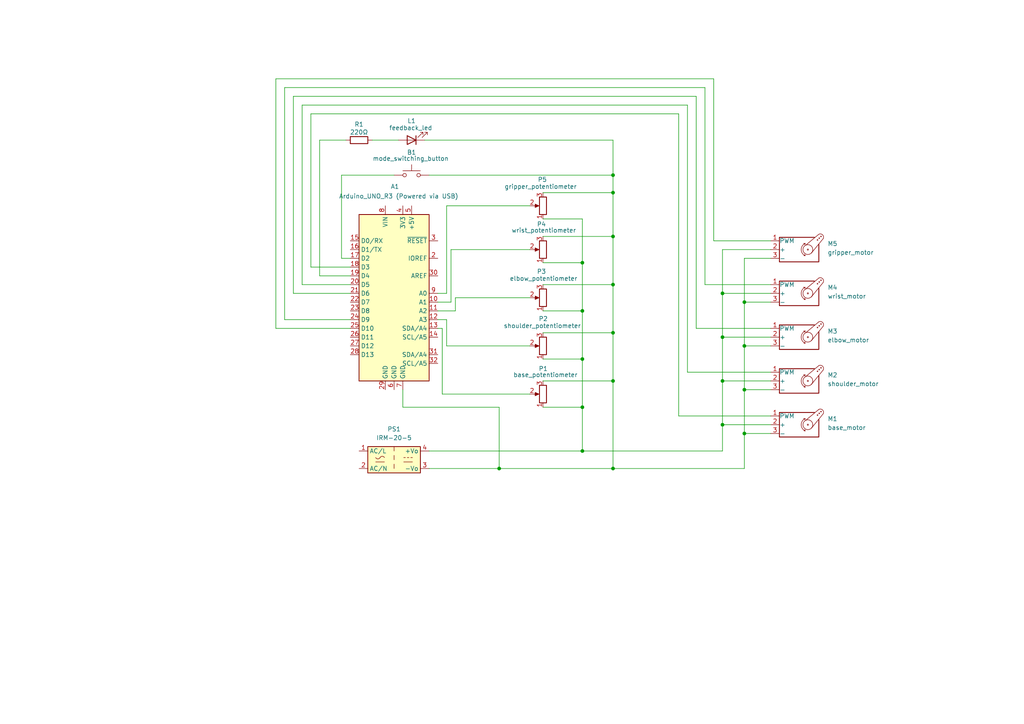
<source format=kicad_sch>
(kicad_sch
	(version 20250114)
	(generator "eeschema")
	(generator_version "9.0")
	(uuid "418637e3-5aa4-4832-81ed-31f062e26819")
	(paper "A4")
	(title_block
		(title "Robotic arm schematic")
		(date "2026-01-09")
		(rev "B")
		(company "AlexandreD-Maker")
	)
	(lib_symbols
		(symbol "Converter_ACDC:IRM-20-5"
			(exclude_from_sim no)
			(in_bom yes)
			(on_board yes)
			(property "Reference" "PS"
				(at 0 5.08 0)
				(effects
					(font
						(size 1.27 1.27)
					)
				)
			)
			(property "Value" "IRM-20-5"
				(at 0 -5.08 0)
				(effects
					(font
						(size 1.27 1.27)
					)
				)
			)
			(property "Footprint" "Converter_ACDC:Converter_ACDC_MeanWell_IRM-20-xx_THT"
				(at 0 -7.62 0)
				(effects
					(font
						(size 1.27 1.27)
					)
					(hide yes)
				)
			)
			(property "Datasheet" "http://www.meanwell.com/Upload/PDF/IRM-20/IRM-20-SPEC.PDF"
				(at 10.16 -8.89 0)
				(effects
					(font
						(size 1.27 1.27)
					)
					(hide yes)
				)
			)
			(property "Description" "5V, 4A, 20W, Isolated, AC-DC, 219A(IRM20)"
				(at 0 0 0)
				(effects
					(font
						(size 1.27 1.27)
					)
					(hide yes)
				)
			)
			(property "ki_keywords" "Miniature Module-type Power Supply MeanWell"
				(at 0 0 0)
				(effects
					(font
						(size 1.27 1.27)
					)
					(hide yes)
				)
			)
			(property "ki_fp_filters" "Converter*ACDC*MeanWell*IRM*20*THT*"
				(at 0 0 0)
				(effects
					(font
						(size 1.27 1.27)
					)
					(hide yes)
				)
			)
			(symbol "IRM-20-5_0_1"
				(rectangle
					(start -7.62 3.81)
					(end 7.62 -3.81)
					(stroke
						(width 0.254)
						(type default)
					)
					(fill
						(type background)
					)
				)
				(polyline
					(pts
						(xy -5.334 -0.635) (xy -2.794 -0.635)
					)
					(stroke
						(width 0)
						(type default)
					)
					(fill
						(type none)
					)
				)
				(arc
					(start -4.064 0.635)
					(mid -4.699 0.2495)
					(end -5.334 0.635)
					(stroke
						(width 0)
						(type default)
					)
					(fill
						(type none)
					)
				)
				(arc
					(start -4.064 0.635)
					(mid -3.429 1.0072)
					(end -2.794 0.635)
					(stroke
						(width 0)
						(type default)
					)
					(fill
						(type none)
					)
				)
				(polyline
					(pts
						(xy 0 3.81) (xy 0 2.54)
					)
					(stroke
						(width 0)
						(type default)
					)
					(fill
						(type none)
					)
				)
				(polyline
					(pts
						(xy 0 1.27) (xy 0 0)
					)
					(stroke
						(width 0)
						(type default)
					)
					(fill
						(type none)
					)
				)
				(polyline
					(pts
						(xy 0 -1.27) (xy 0 -2.54)
					)
					(stroke
						(width 0)
						(type default)
					)
					(fill
						(type none)
					)
				)
				(polyline
					(pts
						(xy 2.794 0.635) (xy 3.302 0.635)
					)
					(stroke
						(width 0)
						(type default)
					)
					(fill
						(type none)
					)
				)
				(polyline
					(pts
						(xy 2.794 -0.635) (xy 5.334 -0.635)
					)
					(stroke
						(width 0)
						(type default)
					)
					(fill
						(type none)
					)
				)
				(polyline
					(pts
						(xy 3.81 0.635) (xy 4.318 0.635)
					)
					(stroke
						(width 0)
						(type default)
					)
					(fill
						(type none)
					)
				)
				(polyline
					(pts
						(xy 4.826 0.635) (xy 5.334 0.635)
					)
					(stroke
						(width 0)
						(type default)
					)
					(fill
						(type none)
					)
				)
			)
			(symbol "IRM-20-5_1_1"
				(pin power_in line
					(at -10.16 2.54 0)
					(length 2.54)
					(name "AC/L"
						(effects
							(font
								(size 1.27 1.27)
							)
						)
					)
					(number "1"
						(effects
							(font
								(size 1.27 1.27)
							)
						)
					)
				)
				(pin power_in line
					(at -10.16 -2.54 0)
					(length 2.54)
					(name "AC/N"
						(effects
							(font
								(size 1.27 1.27)
							)
						)
					)
					(number "2"
						(effects
							(font
								(size 1.27 1.27)
							)
						)
					)
				)
				(pin power_out line
					(at 10.16 2.54 180)
					(length 2.54)
					(name "+Vo"
						(effects
							(font
								(size 1.27 1.27)
							)
						)
					)
					(number "4"
						(effects
							(font
								(size 1.27 1.27)
							)
						)
					)
				)
				(pin power_out line
					(at 10.16 -2.54 180)
					(length 2.54)
					(name "-Vo"
						(effects
							(font
								(size 1.27 1.27)
							)
						)
					)
					(number "3"
						(effects
							(font
								(size 1.27 1.27)
							)
						)
					)
				)
			)
			(embedded_fonts no)
		)
		(symbol "Device:LED"
			(pin_numbers
				(hide yes)
			)
			(pin_names
				(offset 1.016)
				(hide yes)
			)
			(exclude_from_sim no)
			(in_bom yes)
			(on_board yes)
			(property "Reference" "D"
				(at 0 2.54 0)
				(effects
					(font
						(size 1.27 1.27)
					)
				)
			)
			(property "Value" "LED"
				(at 0 -2.54 0)
				(effects
					(font
						(size 1.27 1.27)
					)
				)
			)
			(property "Footprint" ""
				(at 0 0 0)
				(effects
					(font
						(size 1.27 1.27)
					)
					(hide yes)
				)
			)
			(property "Datasheet" "~"
				(at 0 0 0)
				(effects
					(font
						(size 1.27 1.27)
					)
					(hide yes)
				)
			)
			(property "Description" "Light emitting diode"
				(at 0 0 0)
				(effects
					(font
						(size 1.27 1.27)
					)
					(hide yes)
				)
			)
			(property "Sim.Pins" "1=K 2=A"
				(at 0 0 0)
				(effects
					(font
						(size 1.27 1.27)
					)
					(hide yes)
				)
			)
			(property "ki_keywords" "LED diode"
				(at 0 0 0)
				(effects
					(font
						(size 1.27 1.27)
					)
					(hide yes)
				)
			)
			(property "ki_fp_filters" "LED* LED_SMD:* LED_THT:*"
				(at 0 0 0)
				(effects
					(font
						(size 1.27 1.27)
					)
					(hide yes)
				)
			)
			(symbol "LED_0_1"
				(polyline
					(pts
						(xy -3.048 -0.762) (xy -4.572 -2.286) (xy -3.81 -2.286) (xy -4.572 -2.286) (xy -4.572 -1.524)
					)
					(stroke
						(width 0)
						(type default)
					)
					(fill
						(type none)
					)
				)
				(polyline
					(pts
						(xy -1.778 -0.762) (xy -3.302 -2.286) (xy -2.54 -2.286) (xy -3.302 -2.286) (xy -3.302 -1.524)
					)
					(stroke
						(width 0)
						(type default)
					)
					(fill
						(type none)
					)
				)
				(polyline
					(pts
						(xy -1.27 0) (xy 1.27 0)
					)
					(stroke
						(width 0)
						(type default)
					)
					(fill
						(type none)
					)
				)
				(polyline
					(pts
						(xy -1.27 -1.27) (xy -1.27 1.27)
					)
					(stroke
						(width 0.254)
						(type default)
					)
					(fill
						(type none)
					)
				)
				(polyline
					(pts
						(xy 1.27 -1.27) (xy 1.27 1.27) (xy -1.27 0) (xy 1.27 -1.27)
					)
					(stroke
						(width 0.254)
						(type default)
					)
					(fill
						(type none)
					)
				)
			)
			(symbol "LED_1_1"
				(pin passive line
					(at -3.81 0 0)
					(length 2.54)
					(name "K"
						(effects
							(font
								(size 1.27 1.27)
							)
						)
					)
					(number "1"
						(effects
							(font
								(size 1.27 1.27)
							)
						)
					)
				)
				(pin passive line
					(at 3.81 0 180)
					(length 2.54)
					(name "A"
						(effects
							(font
								(size 1.27 1.27)
							)
						)
					)
					(number "2"
						(effects
							(font
								(size 1.27 1.27)
							)
						)
					)
				)
			)
			(embedded_fonts no)
		)
		(symbol "Device:R"
			(pin_numbers
				(hide yes)
			)
			(pin_names
				(offset 0)
			)
			(exclude_from_sim no)
			(in_bom yes)
			(on_board yes)
			(property "Reference" "R"
				(at 2.032 0 90)
				(effects
					(font
						(size 1.27 1.27)
					)
				)
			)
			(property "Value" "R"
				(at 0 0 90)
				(effects
					(font
						(size 1.27 1.27)
					)
				)
			)
			(property "Footprint" ""
				(at -1.778 0 90)
				(effects
					(font
						(size 1.27 1.27)
					)
					(hide yes)
				)
			)
			(property "Datasheet" "~"
				(at 0 0 0)
				(effects
					(font
						(size 1.27 1.27)
					)
					(hide yes)
				)
			)
			(property "Description" "Resistor"
				(at 0 0 0)
				(effects
					(font
						(size 1.27 1.27)
					)
					(hide yes)
				)
			)
			(property "ki_keywords" "R res resistor"
				(at 0 0 0)
				(effects
					(font
						(size 1.27 1.27)
					)
					(hide yes)
				)
			)
			(property "ki_fp_filters" "R_*"
				(at 0 0 0)
				(effects
					(font
						(size 1.27 1.27)
					)
					(hide yes)
				)
			)
			(symbol "R_0_1"
				(rectangle
					(start -1.016 -2.54)
					(end 1.016 2.54)
					(stroke
						(width 0.254)
						(type default)
					)
					(fill
						(type none)
					)
				)
			)
			(symbol "R_1_1"
				(pin passive line
					(at 0 3.81 270)
					(length 1.27)
					(name "~"
						(effects
							(font
								(size 1.27 1.27)
							)
						)
					)
					(number "1"
						(effects
							(font
								(size 1.27 1.27)
							)
						)
					)
				)
				(pin passive line
					(at 0 -3.81 90)
					(length 1.27)
					(name "~"
						(effects
							(font
								(size 1.27 1.27)
							)
						)
					)
					(number "2"
						(effects
							(font
								(size 1.27 1.27)
							)
						)
					)
				)
			)
			(embedded_fonts no)
		)
		(symbol "Device:R_Potentiometer"
			(pin_names
				(offset 1.016)
				(hide yes)
			)
			(exclude_from_sim no)
			(in_bom yes)
			(on_board yes)
			(property "Reference" "RV"
				(at -4.445 0 90)
				(effects
					(font
						(size 1.27 1.27)
					)
				)
			)
			(property "Value" "R_Potentiometer"
				(at -2.54 0 90)
				(effects
					(font
						(size 1.27 1.27)
					)
				)
			)
			(property "Footprint" ""
				(at 0 0 0)
				(effects
					(font
						(size 1.27 1.27)
					)
					(hide yes)
				)
			)
			(property "Datasheet" "~"
				(at 0 0 0)
				(effects
					(font
						(size 1.27 1.27)
					)
					(hide yes)
				)
			)
			(property "Description" "Potentiometer"
				(at 0 0 0)
				(effects
					(font
						(size 1.27 1.27)
					)
					(hide yes)
				)
			)
			(property "ki_keywords" "resistor variable"
				(at 0 0 0)
				(effects
					(font
						(size 1.27 1.27)
					)
					(hide yes)
				)
			)
			(property "ki_fp_filters" "Potentiometer*"
				(at 0 0 0)
				(effects
					(font
						(size 1.27 1.27)
					)
					(hide yes)
				)
			)
			(symbol "R_Potentiometer_0_1"
				(rectangle
					(start 1.016 2.54)
					(end -1.016 -2.54)
					(stroke
						(width 0.254)
						(type default)
					)
					(fill
						(type none)
					)
				)
				(polyline
					(pts
						(xy 1.143 0) (xy 2.286 0.508) (xy 2.286 -0.508) (xy 1.143 0)
					)
					(stroke
						(width 0)
						(type default)
					)
					(fill
						(type outline)
					)
				)
				(polyline
					(pts
						(xy 2.54 0) (xy 1.524 0)
					)
					(stroke
						(width 0)
						(type default)
					)
					(fill
						(type none)
					)
				)
			)
			(symbol "R_Potentiometer_1_1"
				(pin passive line
					(at 0 3.81 270)
					(length 1.27)
					(name "1"
						(effects
							(font
								(size 1.27 1.27)
							)
						)
					)
					(number "1"
						(effects
							(font
								(size 1.27 1.27)
							)
						)
					)
				)
				(pin passive line
					(at 0 -3.81 90)
					(length 1.27)
					(name "3"
						(effects
							(font
								(size 1.27 1.27)
							)
						)
					)
					(number "3"
						(effects
							(font
								(size 1.27 1.27)
							)
						)
					)
				)
				(pin passive line
					(at 3.81 0 180)
					(length 1.27)
					(name "2"
						(effects
							(font
								(size 1.27 1.27)
							)
						)
					)
					(number "2"
						(effects
							(font
								(size 1.27 1.27)
							)
						)
					)
				)
			)
			(embedded_fonts no)
		)
		(symbol "MCU_Module:Arduino_UNO_R3"
			(exclude_from_sim no)
			(in_bom yes)
			(on_board yes)
			(property "Reference" "A"
				(at -10.16 23.495 0)
				(effects
					(font
						(size 1.27 1.27)
					)
					(justify left bottom)
				)
			)
			(property "Value" "Arduino_UNO_R3"
				(at 5.08 -26.67 0)
				(effects
					(font
						(size 1.27 1.27)
					)
					(justify left top)
				)
			)
			(property "Footprint" "Module:Arduino_UNO_R3"
				(at 0 0 0)
				(effects
					(font
						(size 1.27 1.27)
						(italic yes)
					)
					(hide yes)
				)
			)
			(property "Datasheet" "https://www.arduino.cc/en/Main/arduinoBoardUno"
				(at 0 0 0)
				(effects
					(font
						(size 1.27 1.27)
					)
					(hide yes)
				)
			)
			(property "Description" "Arduino UNO Microcontroller Module, release 3"
				(at 0 0 0)
				(effects
					(font
						(size 1.27 1.27)
					)
					(hide yes)
				)
			)
			(property "ki_keywords" "Arduino UNO R3 Microcontroller Module Atmel AVR USB"
				(at 0 0 0)
				(effects
					(font
						(size 1.27 1.27)
					)
					(hide yes)
				)
			)
			(property "ki_fp_filters" "Arduino*UNO*R3*"
				(at 0 0 0)
				(effects
					(font
						(size 1.27 1.27)
					)
					(hide yes)
				)
			)
			(symbol "Arduino_UNO_R3_0_1"
				(rectangle
					(start -10.16 22.86)
					(end 10.16 -25.4)
					(stroke
						(width 0.254)
						(type default)
					)
					(fill
						(type background)
					)
				)
			)
			(symbol "Arduino_UNO_R3_1_1"
				(pin bidirectional line
					(at -12.7 15.24 0)
					(length 2.54)
					(name "D0/RX"
						(effects
							(font
								(size 1.27 1.27)
							)
						)
					)
					(number "15"
						(effects
							(font
								(size 1.27 1.27)
							)
						)
					)
				)
				(pin bidirectional line
					(at -12.7 12.7 0)
					(length 2.54)
					(name "D1/TX"
						(effects
							(font
								(size 1.27 1.27)
							)
						)
					)
					(number "16"
						(effects
							(font
								(size 1.27 1.27)
							)
						)
					)
				)
				(pin bidirectional line
					(at -12.7 10.16 0)
					(length 2.54)
					(name "D2"
						(effects
							(font
								(size 1.27 1.27)
							)
						)
					)
					(number "17"
						(effects
							(font
								(size 1.27 1.27)
							)
						)
					)
				)
				(pin bidirectional line
					(at -12.7 7.62 0)
					(length 2.54)
					(name "D3"
						(effects
							(font
								(size 1.27 1.27)
							)
						)
					)
					(number "18"
						(effects
							(font
								(size 1.27 1.27)
							)
						)
					)
				)
				(pin bidirectional line
					(at -12.7 5.08 0)
					(length 2.54)
					(name "D4"
						(effects
							(font
								(size 1.27 1.27)
							)
						)
					)
					(number "19"
						(effects
							(font
								(size 1.27 1.27)
							)
						)
					)
				)
				(pin bidirectional line
					(at -12.7 2.54 0)
					(length 2.54)
					(name "D5"
						(effects
							(font
								(size 1.27 1.27)
							)
						)
					)
					(number "20"
						(effects
							(font
								(size 1.27 1.27)
							)
						)
					)
				)
				(pin bidirectional line
					(at -12.7 0 0)
					(length 2.54)
					(name "D6"
						(effects
							(font
								(size 1.27 1.27)
							)
						)
					)
					(number "21"
						(effects
							(font
								(size 1.27 1.27)
							)
						)
					)
				)
				(pin bidirectional line
					(at -12.7 -2.54 0)
					(length 2.54)
					(name "D7"
						(effects
							(font
								(size 1.27 1.27)
							)
						)
					)
					(number "22"
						(effects
							(font
								(size 1.27 1.27)
							)
						)
					)
				)
				(pin bidirectional line
					(at -12.7 -5.08 0)
					(length 2.54)
					(name "D8"
						(effects
							(font
								(size 1.27 1.27)
							)
						)
					)
					(number "23"
						(effects
							(font
								(size 1.27 1.27)
							)
						)
					)
				)
				(pin bidirectional line
					(at -12.7 -7.62 0)
					(length 2.54)
					(name "D9"
						(effects
							(font
								(size 1.27 1.27)
							)
						)
					)
					(number "24"
						(effects
							(font
								(size 1.27 1.27)
							)
						)
					)
				)
				(pin bidirectional line
					(at -12.7 -10.16 0)
					(length 2.54)
					(name "D10"
						(effects
							(font
								(size 1.27 1.27)
							)
						)
					)
					(number "25"
						(effects
							(font
								(size 1.27 1.27)
							)
						)
					)
				)
				(pin bidirectional line
					(at -12.7 -12.7 0)
					(length 2.54)
					(name "D11"
						(effects
							(font
								(size 1.27 1.27)
							)
						)
					)
					(number "26"
						(effects
							(font
								(size 1.27 1.27)
							)
						)
					)
				)
				(pin bidirectional line
					(at -12.7 -15.24 0)
					(length 2.54)
					(name "D12"
						(effects
							(font
								(size 1.27 1.27)
							)
						)
					)
					(number "27"
						(effects
							(font
								(size 1.27 1.27)
							)
						)
					)
				)
				(pin bidirectional line
					(at -12.7 -17.78 0)
					(length 2.54)
					(name "D13"
						(effects
							(font
								(size 1.27 1.27)
							)
						)
					)
					(number "28"
						(effects
							(font
								(size 1.27 1.27)
							)
						)
					)
				)
				(pin no_connect line
					(at -10.16 -20.32 0)
					(length 2.54)
					(hide yes)
					(name "NC"
						(effects
							(font
								(size 1.27 1.27)
							)
						)
					)
					(number "1"
						(effects
							(font
								(size 1.27 1.27)
							)
						)
					)
				)
				(pin power_in line
					(at -2.54 25.4 270)
					(length 2.54)
					(name "VIN"
						(effects
							(font
								(size 1.27 1.27)
							)
						)
					)
					(number "8"
						(effects
							(font
								(size 1.27 1.27)
							)
						)
					)
				)
				(pin power_in line
					(at -2.54 -27.94 90)
					(length 2.54)
					(name "GND"
						(effects
							(font
								(size 1.27 1.27)
							)
						)
					)
					(number "29"
						(effects
							(font
								(size 1.27 1.27)
							)
						)
					)
				)
				(pin power_in line
					(at 0 -27.94 90)
					(length 2.54)
					(name "GND"
						(effects
							(font
								(size 1.27 1.27)
							)
						)
					)
					(number "6"
						(effects
							(font
								(size 1.27 1.27)
							)
						)
					)
				)
				(pin power_out line
					(at 2.54 25.4 270)
					(length 2.54)
					(name "3V3"
						(effects
							(font
								(size 1.27 1.27)
							)
						)
					)
					(number "4"
						(effects
							(font
								(size 1.27 1.27)
							)
						)
					)
				)
				(pin power_in line
					(at 2.54 -27.94 90)
					(length 2.54)
					(name "GND"
						(effects
							(font
								(size 1.27 1.27)
							)
						)
					)
					(number "7"
						(effects
							(font
								(size 1.27 1.27)
							)
						)
					)
				)
				(pin power_out line
					(at 5.08 25.4 270)
					(length 2.54)
					(name "+5V"
						(effects
							(font
								(size 1.27 1.27)
							)
						)
					)
					(number "5"
						(effects
							(font
								(size 1.27 1.27)
							)
						)
					)
				)
				(pin input line
					(at 12.7 15.24 180)
					(length 2.54)
					(name "~{RESET}"
						(effects
							(font
								(size 1.27 1.27)
							)
						)
					)
					(number "3"
						(effects
							(font
								(size 1.27 1.27)
							)
						)
					)
				)
				(pin output line
					(at 12.7 10.16 180)
					(length 2.54)
					(name "IOREF"
						(effects
							(font
								(size 1.27 1.27)
							)
						)
					)
					(number "2"
						(effects
							(font
								(size 1.27 1.27)
							)
						)
					)
				)
				(pin input line
					(at 12.7 5.08 180)
					(length 2.54)
					(name "AREF"
						(effects
							(font
								(size 1.27 1.27)
							)
						)
					)
					(number "30"
						(effects
							(font
								(size 1.27 1.27)
							)
						)
					)
				)
				(pin bidirectional line
					(at 12.7 0 180)
					(length 2.54)
					(name "A0"
						(effects
							(font
								(size 1.27 1.27)
							)
						)
					)
					(number "9"
						(effects
							(font
								(size 1.27 1.27)
							)
						)
					)
				)
				(pin bidirectional line
					(at 12.7 -2.54 180)
					(length 2.54)
					(name "A1"
						(effects
							(font
								(size 1.27 1.27)
							)
						)
					)
					(number "10"
						(effects
							(font
								(size 1.27 1.27)
							)
						)
					)
				)
				(pin bidirectional line
					(at 12.7 -5.08 180)
					(length 2.54)
					(name "A2"
						(effects
							(font
								(size 1.27 1.27)
							)
						)
					)
					(number "11"
						(effects
							(font
								(size 1.27 1.27)
							)
						)
					)
				)
				(pin bidirectional line
					(at 12.7 -7.62 180)
					(length 2.54)
					(name "A3"
						(effects
							(font
								(size 1.27 1.27)
							)
						)
					)
					(number "12"
						(effects
							(font
								(size 1.27 1.27)
							)
						)
					)
				)
				(pin bidirectional line
					(at 12.7 -10.16 180)
					(length 2.54)
					(name "SDA/A4"
						(effects
							(font
								(size 1.27 1.27)
							)
						)
					)
					(number "13"
						(effects
							(font
								(size 1.27 1.27)
							)
						)
					)
				)
				(pin bidirectional line
					(at 12.7 -12.7 180)
					(length 2.54)
					(name "SCL/A5"
						(effects
							(font
								(size 1.27 1.27)
							)
						)
					)
					(number "14"
						(effects
							(font
								(size 1.27 1.27)
							)
						)
					)
				)
				(pin bidirectional line
					(at 12.7 -17.78 180)
					(length 2.54)
					(name "SDA/A4"
						(effects
							(font
								(size 1.27 1.27)
							)
						)
					)
					(number "31"
						(effects
							(font
								(size 1.27 1.27)
							)
						)
					)
				)
				(pin bidirectional line
					(at 12.7 -20.32 180)
					(length 2.54)
					(name "SCL/A5"
						(effects
							(font
								(size 1.27 1.27)
							)
						)
					)
					(number "32"
						(effects
							(font
								(size 1.27 1.27)
							)
						)
					)
				)
			)
			(embedded_fonts no)
		)
		(symbol "Motor:Motor_Servo"
			(pin_names
				(offset 0.0254)
			)
			(exclude_from_sim no)
			(in_bom yes)
			(on_board yes)
			(property "Reference" "M"
				(at -5.08 4.445 0)
				(effects
					(font
						(size 1.27 1.27)
					)
					(justify left)
				)
			)
			(property "Value" "Motor_Servo"
				(at -5.08 -4.064 0)
				(effects
					(font
						(size 1.27 1.27)
					)
					(justify left top)
				)
			)
			(property "Footprint" ""
				(at 0 -4.826 0)
				(effects
					(font
						(size 1.27 1.27)
					)
					(hide yes)
				)
			)
			(property "Datasheet" "http://forums.parallax.com/uploads/attachments/46831/74481.png"
				(at 0 -4.826 0)
				(effects
					(font
						(size 1.27 1.27)
					)
					(hide yes)
				)
			)
			(property "Description" "Servo Motor (Futaba, HiTec, JR connector)"
				(at 0 0 0)
				(effects
					(font
						(size 1.27 1.27)
					)
					(hide yes)
				)
			)
			(property "ki_keywords" "Servo Motor"
				(at 0 0 0)
				(effects
					(font
						(size 1.27 1.27)
					)
					(hide yes)
				)
			)
			(property "ki_fp_filters" "PinHeader*P2.54mm*"
				(at 0 0 0)
				(effects
					(font
						(size 1.27 1.27)
					)
					(hide yes)
				)
			)
			(symbol "Motor_Servo_0_1"
				(polyline
					(pts
						(xy 2.413 1.778) (xy 1.905 1.778)
					)
					(stroke
						(width 0)
						(type default)
					)
					(fill
						(type none)
					)
				)
				(polyline
					(pts
						(xy 2.413 1.778) (xy 2.286 1.397)
					)
					(stroke
						(width 0)
						(type default)
					)
					(fill
						(type none)
					)
				)
				(polyline
					(pts
						(xy 2.413 -1.778) (xy 2.032 -1.778)
					)
					(stroke
						(width 0)
						(type default)
					)
					(fill
						(type none)
					)
				)
				(polyline
					(pts
						(xy 2.413 -1.778) (xy 2.286 -1.397)
					)
					(stroke
						(width 0)
						(type default)
					)
					(fill
						(type none)
					)
				)
				(arc
					(start 2.413 -1.778)
					(mid 1.2406 0)
					(end 2.413 1.778)
					(stroke
						(width 0)
						(type default)
					)
					(fill
						(type none)
					)
				)
				(circle
					(center 3.175 0)
					(radius 0.1778)
					(stroke
						(width 0)
						(type default)
					)
					(fill
						(type none)
					)
				)
				(circle
					(center 3.175 0)
					(radius 1.4224)
					(stroke
						(width 0)
						(type default)
					)
					(fill
						(type none)
					)
				)
				(polyline
					(pts
						(xy 5.08 3.556) (xy -5.08 3.556) (xy -5.08 -3.556) (xy 6.35 -3.556) (xy 6.35 1.524)
					)
					(stroke
						(width 0.254)
						(type default)
					)
					(fill
						(type none)
					)
				)
				(circle
					(center 5.969 2.794)
					(radius 0.127)
					(stroke
						(width 0)
						(type default)
					)
					(fill
						(type none)
					)
				)
				(polyline
					(pts
						(xy 6.35 4.445) (xy 2.54 1.27)
					)
					(stroke
						(width 0)
						(type default)
					)
					(fill
						(type none)
					)
				)
				(circle
					(center 6.477 3.302)
					(radius 0.127)
					(stroke
						(width 0)
						(type default)
					)
					(fill
						(type none)
					)
				)
				(arc
					(start 6.35 4.445)
					(mid 7.4487 4.2737)
					(end 7.62 3.175)
					(stroke
						(width 0)
						(type default)
					)
					(fill
						(type none)
					)
				)
				(circle
					(center 6.985 3.81)
					(radius 0.127)
					(stroke
						(width 0)
						(type default)
					)
					(fill
						(type none)
					)
				)
				(polyline
					(pts
						(xy 7.62 3.175) (xy 4.191 -1.016)
					)
					(stroke
						(width 0)
						(type default)
					)
					(fill
						(type none)
					)
				)
			)
			(symbol "Motor_Servo_1_1"
				(pin passive line
					(at -7.62 2.54 0)
					(length 2.54)
					(name "PWM"
						(effects
							(font
								(size 1.27 1.27)
							)
						)
					)
					(number "1"
						(effects
							(font
								(size 1.27 1.27)
							)
						)
					)
				)
				(pin passive line
					(at -7.62 0 0)
					(length 2.54)
					(name "+"
						(effects
							(font
								(size 1.27 1.27)
							)
						)
					)
					(number "2"
						(effects
							(font
								(size 1.27 1.27)
							)
						)
					)
				)
				(pin passive line
					(at -7.62 -2.54 0)
					(length 2.54)
					(name "-"
						(effects
							(font
								(size 1.27 1.27)
							)
						)
					)
					(number "3"
						(effects
							(font
								(size 1.27 1.27)
							)
						)
					)
				)
			)
			(embedded_fonts no)
		)
		(symbol "Switch:SW_Push"
			(pin_numbers
				(hide yes)
			)
			(pin_names
				(offset 1.016)
				(hide yes)
			)
			(exclude_from_sim no)
			(in_bom yes)
			(on_board yes)
			(property "Reference" "SW"
				(at 1.27 2.54 0)
				(effects
					(font
						(size 1.27 1.27)
					)
					(justify left)
				)
			)
			(property "Value" "SW_Push"
				(at 0 -1.524 0)
				(effects
					(font
						(size 1.27 1.27)
					)
				)
			)
			(property "Footprint" ""
				(at 0 5.08 0)
				(effects
					(font
						(size 1.27 1.27)
					)
					(hide yes)
				)
			)
			(property "Datasheet" "~"
				(at 0 5.08 0)
				(effects
					(font
						(size 1.27 1.27)
					)
					(hide yes)
				)
			)
			(property "Description" "Push button switch, generic, two pins"
				(at 0 0 0)
				(effects
					(font
						(size 1.27 1.27)
					)
					(hide yes)
				)
			)
			(property "ki_keywords" "switch normally-open pushbutton push-button"
				(at 0 0 0)
				(effects
					(font
						(size 1.27 1.27)
					)
					(hide yes)
				)
			)
			(symbol "SW_Push_0_1"
				(circle
					(center -2.032 0)
					(radius 0.508)
					(stroke
						(width 0)
						(type default)
					)
					(fill
						(type none)
					)
				)
				(polyline
					(pts
						(xy 0 1.27) (xy 0 3.048)
					)
					(stroke
						(width 0)
						(type default)
					)
					(fill
						(type none)
					)
				)
				(circle
					(center 2.032 0)
					(radius 0.508)
					(stroke
						(width 0)
						(type default)
					)
					(fill
						(type none)
					)
				)
				(polyline
					(pts
						(xy 2.54 1.27) (xy -2.54 1.27)
					)
					(stroke
						(width 0)
						(type default)
					)
					(fill
						(type none)
					)
				)
				(pin passive line
					(at -5.08 0 0)
					(length 2.54)
					(name "1"
						(effects
							(font
								(size 1.27 1.27)
							)
						)
					)
					(number "1"
						(effects
							(font
								(size 1.27 1.27)
							)
						)
					)
				)
				(pin passive line
					(at 5.08 0 180)
					(length 2.54)
					(name "2"
						(effects
							(font
								(size 1.27 1.27)
							)
						)
					)
					(number "2"
						(effects
							(font
								(size 1.27 1.27)
							)
						)
					)
				)
			)
			(embedded_fonts no)
		)
	)
	(junction
		(at 215.9 87.63)
		(diameter 0)
		(color 0 0 0 0)
		(uuid "07c64bf6-631c-4ff3-b78e-b9c6a266257f")
	)
	(junction
		(at 215.9 100.33)
		(diameter 0)
		(color 0 0 0 0)
		(uuid "0d8db7bb-35ef-47f6-8f56-ac03bdbb1261")
	)
	(junction
		(at 209.55 85.09)
		(diameter 0)
		(color 0 0 0 0)
		(uuid "1238680b-cba1-4ab5-9a87-1b8f549c5e18")
	)
	(junction
		(at 209.55 97.79)
		(diameter 0)
		(color 0 0 0 0)
		(uuid "179c737d-1989-4fe0-a716-0cad1f3a2be3")
	)
	(junction
		(at 177.8 82.55)
		(diameter 0)
		(color 0 0 0 0)
		(uuid "2a79bd9f-6904-46a8-8acb-e8de7cc89eea")
	)
	(junction
		(at 177.8 110.49)
		(diameter 0)
		(color 0 0 0 0)
		(uuid "364f6aca-2d9f-4207-8d43-351e0682860f")
	)
	(junction
		(at 177.8 50.8)
		(diameter 0)
		(color 0 0 0 0)
		(uuid "40ffbac2-25d4-4c49-adcc-781a17fe82fe")
	)
	(junction
		(at 215.9 113.03)
		(diameter 0)
		(color 0 0 0 0)
		(uuid "45c23c73-8c60-4a08-aea7-331fc53a2b64")
	)
	(junction
		(at 177.8 96.52)
		(diameter 0)
		(color 0 0 0 0)
		(uuid "4b6385b5-2b19-4d43-a890-69d28573eb09")
	)
	(junction
		(at 168.91 118.11)
		(diameter 0)
		(color 0 0 0 0)
		(uuid "4cbfc58e-a384-4a37-912a-5b8b479da0d6")
	)
	(junction
		(at 168.91 104.14)
		(diameter 0)
		(color 0 0 0 0)
		(uuid "55a37112-73d9-4d71-9890-4dcc0e1fcaa9")
	)
	(junction
		(at 177.8 135.89)
		(diameter 0)
		(color 0 0 0 0)
		(uuid "586e07cf-599e-4140-9115-6be9f6ceb9e5")
	)
	(junction
		(at 168.91 76.2)
		(diameter 0)
		(color 0 0 0 0)
		(uuid "68aa69aa-1563-49aa-8693-82f90a52de34")
	)
	(junction
		(at 215.9 125.73)
		(diameter 0)
		(color 0 0 0 0)
		(uuid "6c181470-9da4-416e-a0b3-9ae15e71f3dc")
	)
	(junction
		(at 168.91 130.81)
		(diameter 0)
		(color 0 0 0 0)
		(uuid "7e5ab53f-6090-4bdd-be71-e35bc9b693cd")
	)
	(junction
		(at 177.8 68.58)
		(diameter 0)
		(color 0 0 0 0)
		(uuid "b31cdc3f-d124-4936-a9fb-7bcc6ad8a686")
	)
	(junction
		(at 144.78 135.89)
		(diameter 0)
		(color 0 0 0 0)
		(uuid "c43058fb-c12d-4248-844a-b06097ef460b")
	)
	(junction
		(at 177.8 55.88)
		(diameter 0)
		(color 0 0 0 0)
		(uuid "d2576cf5-fc04-4c8c-964d-17134379b560")
	)
	(junction
		(at 168.91 90.17)
		(diameter 0)
		(color 0 0 0 0)
		(uuid "d92e99c6-b29a-47b5-be2b-758d66b84f28")
	)
	(junction
		(at 209.55 123.19)
		(diameter 0)
		(color 0 0 0 0)
		(uuid "ecac1936-7b00-405e-9fe7-314969e5bac8")
	)
	(junction
		(at 209.55 110.49)
		(diameter 0)
		(color 0 0 0 0)
		(uuid "ed773ed7-35df-4039-bfca-3955f8d406a7")
	)
	(wire
		(pts
			(xy 87.63 30.48) (xy 199.39 30.48)
		)
		(stroke
			(width 0)
			(type default)
		)
		(uuid "0290ce9d-a57a-46a6-9695-6cc4a73978c0")
	)
	(wire
		(pts
			(xy 123.19 40.64) (xy 177.8 40.64)
		)
		(stroke
			(width 0)
			(type default)
		)
		(uuid "02c7f8c8-bcda-4e83-b4ae-8881a786e1f8")
	)
	(wire
		(pts
			(xy 207.01 22.86) (xy 207.01 69.85)
		)
		(stroke
			(width 0)
			(type default)
		)
		(uuid "033f1bc4-68bd-47eb-b387-dde5d9837c64")
	)
	(wire
		(pts
			(xy 209.55 123.19) (xy 209.55 130.81)
		)
		(stroke
			(width 0)
			(type default)
		)
		(uuid "057b4d5e-839c-44e5-861e-8ee6c2afca54")
	)
	(wire
		(pts
			(xy 127 92.71) (xy 129.54 92.71)
		)
		(stroke
			(width 0)
			(type default)
		)
		(uuid "0b7822cf-9d70-43da-876e-2061bae505c7")
	)
	(wire
		(pts
			(xy 168.91 76.2) (xy 168.91 90.17)
		)
		(stroke
			(width 0)
			(type default)
		)
		(uuid "0c88aec7-79c0-496a-939a-23753ed111f0")
	)
	(wire
		(pts
			(xy 85.09 27.94) (xy 201.93 27.94)
		)
		(stroke
			(width 0)
			(type default)
		)
		(uuid "0ee9694b-ca5b-4260-9e0f-e9de374e8241")
	)
	(wire
		(pts
			(xy 215.9 113.03) (xy 215.9 125.73)
		)
		(stroke
			(width 0)
			(type default)
		)
		(uuid "0f7cfc3a-06b3-4edd-b5c8-3d35c2ab398f")
	)
	(wire
		(pts
			(xy 177.8 55.88) (xy 157.48 55.88)
		)
		(stroke
			(width 0)
			(type default)
		)
		(uuid "12a07e04-4993-4878-8b1e-f5a22c836138")
	)
	(wire
		(pts
			(xy 99.06 50.8) (xy 114.3 50.8)
		)
		(stroke
			(width 0)
			(type default)
		)
		(uuid "13912a0c-ac7e-438e-a161-50fd02025c40")
	)
	(wire
		(pts
			(xy 177.8 68.58) (xy 177.8 82.55)
		)
		(stroke
			(width 0)
			(type default)
		)
		(uuid "14a9b13e-e7dc-41d9-94a6-f292b425dce7")
	)
	(wire
		(pts
			(xy 101.6 77.47) (xy 90.17 77.47)
		)
		(stroke
			(width 0)
			(type default)
		)
		(uuid "1cbd0343-108e-496d-91f9-9928531519f7")
	)
	(wire
		(pts
			(xy 201.93 27.94) (xy 201.93 95.25)
		)
		(stroke
			(width 0)
			(type default)
		)
		(uuid "1e81026f-574e-49b1-847b-7c6e3878a152")
	)
	(wire
		(pts
			(xy 99.06 50.8) (xy 99.06 74.93)
		)
		(stroke
			(width 0)
			(type default)
		)
		(uuid "1f2c4589-b3e4-47b0-a099-7d63902fe4d0")
	)
	(wire
		(pts
			(xy 168.91 76.2) (xy 168.91 63.5)
		)
		(stroke
			(width 0)
			(type default)
		)
		(uuid "1fc1e3e4-1480-4ede-9f72-ef9d34863c4c")
	)
	(wire
		(pts
			(xy 209.55 97.79) (xy 223.52 97.79)
		)
		(stroke
			(width 0)
			(type default)
		)
		(uuid "246a681b-7070-492f-abe2-ce72e054a177")
	)
	(wire
		(pts
			(xy 128.27 95.25) (xy 128.27 114.3)
		)
		(stroke
			(width 0)
			(type default)
		)
		(uuid "260d6759-d65c-45a1-a055-484ac4c739b5")
	)
	(wire
		(pts
			(xy 80.01 22.86) (xy 207.01 22.86)
		)
		(stroke
			(width 0)
			(type default)
		)
		(uuid "27d64ed2-3daa-48bc-b480-08497fcf79c7")
	)
	(wire
		(pts
			(xy 101.6 74.93) (xy 99.06 74.93)
		)
		(stroke
			(width 0)
			(type default)
		)
		(uuid "2da12007-4f07-4020-ace2-078ce8bc8908")
	)
	(wire
		(pts
			(xy 168.91 118.11) (xy 157.48 118.11)
		)
		(stroke
			(width 0)
			(type default)
		)
		(uuid "302f2930-b45b-43de-bae5-5b2fae45876c")
	)
	(wire
		(pts
			(xy 132.08 86.36) (xy 132.08 90.17)
		)
		(stroke
			(width 0)
			(type default)
		)
		(uuid "337944cf-8089-4af7-912d-914586ba7196")
	)
	(wire
		(pts
			(xy 129.54 85.09) (xy 129.54 59.69)
		)
		(stroke
			(width 0)
			(type default)
		)
		(uuid "3835b804-4ead-4de8-a4fa-59494cebca51")
	)
	(wire
		(pts
			(xy 209.55 110.49) (xy 209.55 123.19)
		)
		(stroke
			(width 0)
			(type default)
		)
		(uuid "3c1821da-a48d-47a4-be9f-7b0b8ea79580")
	)
	(wire
		(pts
			(xy 177.8 82.55) (xy 177.8 96.52)
		)
		(stroke
			(width 0)
			(type default)
		)
		(uuid "3c2766cc-ceab-40e1-81de-55307c1c908d")
	)
	(wire
		(pts
			(xy 124.46 50.8) (xy 177.8 50.8)
		)
		(stroke
			(width 0)
			(type default)
		)
		(uuid "3c55414b-d26c-47c8-b67f-4ea8f05bd8c1")
	)
	(wire
		(pts
			(xy 116.84 118.11) (xy 144.78 118.11)
		)
		(stroke
			(width 0)
			(type default)
		)
		(uuid "40ab6a55-7049-4a9f-8540-48fc31d954be")
	)
	(wire
		(pts
			(xy 127 95.25) (xy 128.27 95.25)
		)
		(stroke
			(width 0)
			(type default)
		)
		(uuid "44319a30-cdb7-46e1-9e89-a2aa50d0966c")
	)
	(wire
		(pts
			(xy 107.95 40.64) (xy 115.57 40.64)
		)
		(stroke
			(width 0)
			(type default)
		)
		(uuid "4436183e-8e89-46bc-a4ca-0dac2eadc7f3")
	)
	(wire
		(pts
			(xy 116.84 113.03) (xy 116.84 118.11)
		)
		(stroke
			(width 0)
			(type default)
		)
		(uuid "446a8c25-ee44-4b0c-b77f-135b99e9e3a4")
	)
	(wire
		(pts
			(xy 87.63 82.55) (xy 87.63 30.48)
		)
		(stroke
			(width 0)
			(type default)
		)
		(uuid "462addaf-8021-4835-a981-6bf7cc1ff87b")
	)
	(wire
		(pts
			(xy 92.71 40.64) (xy 100.33 40.64)
		)
		(stroke
			(width 0)
			(type default)
		)
		(uuid "48153f5b-f6d1-47ee-9b0f-74e40ae6f4e5")
	)
	(wire
		(pts
			(xy 209.55 85.09) (xy 223.52 85.09)
		)
		(stroke
			(width 0)
			(type default)
		)
		(uuid "4a0ca4e4-8628-4bd3-bfcf-237d31fb0c0b")
	)
	(wire
		(pts
			(xy 157.48 76.2) (xy 168.91 76.2)
		)
		(stroke
			(width 0)
			(type default)
		)
		(uuid "4c343e5d-f49a-43dd-aba8-908723e1b1d4")
	)
	(wire
		(pts
			(xy 101.6 82.55) (xy 87.63 82.55)
		)
		(stroke
			(width 0)
			(type default)
		)
		(uuid "4eea4196-2b61-4ccc-8846-c1f00fa0e1f2")
	)
	(wire
		(pts
			(xy 215.9 113.03) (xy 223.52 113.03)
		)
		(stroke
			(width 0)
			(type default)
		)
		(uuid "54e91bb3-59fe-480a-a8ed-02ffc4989f78")
	)
	(wire
		(pts
			(xy 127 85.09) (xy 129.54 85.09)
		)
		(stroke
			(width 0)
			(type default)
		)
		(uuid "54fe314c-26d1-465f-b487-ef879022dc25")
	)
	(wire
		(pts
			(xy 215.9 100.33) (xy 223.52 100.33)
		)
		(stroke
			(width 0)
			(type default)
		)
		(uuid "57c67d9e-6db9-4c2f-9066-92c9fc289c41")
	)
	(wire
		(pts
			(xy 157.48 82.55) (xy 177.8 82.55)
		)
		(stroke
			(width 0)
			(type default)
		)
		(uuid "58a787ca-fc15-4bb2-8cd5-a0467d3e5bf5")
	)
	(wire
		(pts
			(xy 129.54 92.71) (xy 129.54 100.33)
		)
		(stroke
			(width 0)
			(type default)
		)
		(uuid "58da34e5-cbc0-4d89-9e29-540fe2103aa6")
	)
	(wire
		(pts
			(xy 223.52 74.93) (xy 215.9 74.93)
		)
		(stroke
			(width 0)
			(type default)
		)
		(uuid "5c6a2fa7-991b-43a0-adf3-95c50d7c4f9e")
	)
	(wire
		(pts
			(xy 157.48 104.14) (xy 168.91 104.14)
		)
		(stroke
			(width 0)
			(type default)
		)
		(uuid "610ee5f8-f925-459e-aed8-c0d2d6e95663")
	)
	(wire
		(pts
			(xy 130.81 72.39) (xy 153.67 72.39)
		)
		(stroke
			(width 0)
			(type default)
		)
		(uuid "6215c7ae-d506-46d2-aaeb-71cebf948df6")
	)
	(wire
		(pts
			(xy 168.91 118.11) (xy 168.91 130.81)
		)
		(stroke
			(width 0)
			(type default)
		)
		(uuid "63ef9511-6630-4373-ba0d-f8c7f38004a7")
	)
	(wire
		(pts
			(xy 144.78 135.89) (xy 177.8 135.89)
		)
		(stroke
			(width 0)
			(type default)
		)
		(uuid "645568b7-f66f-4a15-a84b-d548a9abc0ef")
	)
	(wire
		(pts
			(xy 101.6 92.71) (xy 82.55 92.71)
		)
		(stroke
			(width 0)
			(type default)
		)
		(uuid "64f54e73-ce6f-40b4-a27b-6a78c2f09e33")
	)
	(wire
		(pts
			(xy 82.55 92.71) (xy 82.55 25.4)
		)
		(stroke
			(width 0)
			(type default)
		)
		(uuid "684798ea-09c4-44cc-8f25-3db35e8416f4")
	)
	(wire
		(pts
			(xy 168.91 130.81) (xy 209.55 130.81)
		)
		(stroke
			(width 0)
			(type default)
		)
		(uuid "6969d565-ab56-4b4f-addc-9ad1a9bbf9c8")
	)
	(wire
		(pts
			(xy 204.47 82.55) (xy 223.52 82.55)
		)
		(stroke
			(width 0)
			(type default)
		)
		(uuid "6aec2202-84d2-46ce-89b0-d66fdd0aeba2")
	)
	(wire
		(pts
			(xy 129.54 100.33) (xy 153.67 100.33)
		)
		(stroke
			(width 0)
			(type default)
		)
		(uuid "6dc5eed5-0b4a-473c-bccd-96e11fc5e6ba")
	)
	(wire
		(pts
			(xy 215.9 74.93) (xy 215.9 87.63)
		)
		(stroke
			(width 0)
			(type default)
		)
		(uuid "71f94708-20ae-4bb7-a6a5-05fa0e945e1c")
	)
	(wire
		(pts
			(xy 177.8 50.8) (xy 177.8 55.88)
		)
		(stroke
			(width 0)
			(type default)
		)
		(uuid "72923af8-2c17-4f9c-85e1-a05e8dbe31f4")
	)
	(wire
		(pts
			(xy 177.8 135.89) (xy 215.9 135.89)
		)
		(stroke
			(width 0)
			(type default)
		)
		(uuid "73264235-f44d-4847-90f5-0251e496fde5")
	)
	(wire
		(pts
			(xy 196.85 33.02) (xy 196.85 120.65)
		)
		(stroke
			(width 0)
			(type default)
		)
		(uuid "759c0967-b36e-40b9-be6f-2c7a1e6fb001")
	)
	(wire
		(pts
			(xy 168.91 90.17) (xy 168.91 104.14)
		)
		(stroke
			(width 0)
			(type default)
		)
		(uuid "7bb28491-dd09-4012-a8d5-f40d2077d959")
	)
	(wire
		(pts
			(xy 204.47 25.4) (xy 204.47 82.55)
		)
		(stroke
			(width 0)
			(type default)
		)
		(uuid "80902962-bc4b-486c-8605-3d251a92cdaa")
	)
	(wire
		(pts
			(xy 90.17 33.02) (xy 196.85 33.02)
		)
		(stroke
			(width 0)
			(type default)
		)
		(uuid "829329ba-bdac-4016-a8be-06d1309e892b")
	)
	(wire
		(pts
			(xy 168.91 104.14) (xy 168.91 118.11)
		)
		(stroke
			(width 0)
			(type default)
		)
		(uuid "83c44ec9-14d7-4616-8022-a60149672290")
	)
	(wire
		(pts
			(xy 209.55 110.49) (xy 223.52 110.49)
		)
		(stroke
			(width 0)
			(type default)
		)
		(uuid "848a46b2-1a9c-4fe3-a2f2-d5f81dba7140")
	)
	(wire
		(pts
			(xy 124.46 135.89) (xy 144.78 135.89)
		)
		(stroke
			(width 0)
			(type default)
		)
		(uuid "84ae6af9-b265-4623-9652-c733de4f23ca")
	)
	(wire
		(pts
			(xy 209.55 72.39) (xy 209.55 85.09)
		)
		(stroke
			(width 0)
			(type default)
		)
		(uuid "87ad2f02-e66c-4ea1-acff-ea48e5ad0114")
	)
	(wire
		(pts
			(xy 177.8 110.49) (xy 177.8 135.89)
		)
		(stroke
			(width 0)
			(type default)
		)
		(uuid "8c06d3ba-cf11-4b85-bf9f-b340feb5c8e1")
	)
	(wire
		(pts
			(xy 215.9 125.73) (xy 223.52 125.73)
		)
		(stroke
			(width 0)
			(type default)
		)
		(uuid "8e13019c-fc16-4455-9269-e1359fbbd372")
	)
	(wire
		(pts
			(xy 85.09 85.09) (xy 85.09 27.94)
		)
		(stroke
			(width 0)
			(type default)
		)
		(uuid "8e8fdb3e-b11a-4c66-836c-87aaacbcb3fb")
	)
	(wire
		(pts
			(xy 209.55 97.79) (xy 209.55 110.49)
		)
		(stroke
			(width 0)
			(type default)
		)
		(uuid "8ef900cb-6b55-4f68-9168-1bd45eb75058")
	)
	(wire
		(pts
			(xy 130.81 87.63) (xy 130.81 72.39)
		)
		(stroke
			(width 0)
			(type default)
		)
		(uuid "90feed68-d1d1-48cf-ba38-103a0fb34fea")
	)
	(wire
		(pts
			(xy 168.91 90.17) (xy 157.48 90.17)
		)
		(stroke
			(width 0)
			(type default)
		)
		(uuid "930cc0e6-ccbc-435b-968d-8c17332e60d7")
	)
	(wire
		(pts
			(xy 177.8 68.58) (xy 177.8 55.88)
		)
		(stroke
			(width 0)
			(type default)
		)
		(uuid "946b433d-295c-4414-a8de-4c9f856eea9f")
	)
	(wire
		(pts
			(xy 168.91 63.5) (xy 157.48 63.5)
		)
		(stroke
			(width 0)
			(type default)
		)
		(uuid "957e862c-50db-4b19-98e1-7cfc662ca654")
	)
	(wire
		(pts
			(xy 129.54 59.69) (xy 153.67 59.69)
		)
		(stroke
			(width 0)
			(type default)
		)
		(uuid "979fe943-e677-44f5-9b9e-fea16eccc84e")
	)
	(wire
		(pts
			(xy 215.9 87.63) (xy 215.9 100.33)
		)
		(stroke
			(width 0)
			(type default)
		)
		(uuid "998fbed3-7feb-4d3c-8049-3ced5d32da6e")
	)
	(wire
		(pts
			(xy 209.55 85.09) (xy 209.55 97.79)
		)
		(stroke
			(width 0)
			(type default)
		)
		(uuid "a1c69973-4c70-46b3-9a4c-1deac0886901")
	)
	(wire
		(pts
			(xy 215.9 100.33) (xy 215.9 113.03)
		)
		(stroke
			(width 0)
			(type default)
		)
		(uuid "a9d5aa3e-6483-48d5-8bc4-4ea3a97f6b4e")
	)
	(wire
		(pts
			(xy 209.55 72.39) (xy 223.52 72.39)
		)
		(stroke
			(width 0)
			(type default)
		)
		(uuid "aaa805d1-20e2-417f-a7ae-106189a4b5ac")
	)
	(wire
		(pts
			(xy 157.48 68.58) (xy 177.8 68.58)
		)
		(stroke
			(width 0)
			(type default)
		)
		(uuid "b09aed47-d3ff-468f-bfb6-75bbcfc96409")
	)
	(wire
		(pts
			(xy 144.78 118.11) (xy 144.78 135.89)
		)
		(stroke
			(width 0)
			(type default)
		)
		(uuid "b3aac10c-9509-47be-9810-5c73190e1afb")
	)
	(wire
		(pts
			(xy 92.71 80.01) (xy 92.71 40.64)
		)
		(stroke
			(width 0)
			(type default)
		)
		(uuid "b3ce06c2-a2d0-4f26-83e2-15d02fa4c179")
	)
	(wire
		(pts
			(xy 157.48 110.49) (xy 177.8 110.49)
		)
		(stroke
			(width 0)
			(type default)
		)
		(uuid "b746c6be-8b0b-4f20-a369-8734683114d1")
	)
	(wire
		(pts
			(xy 80.01 95.25) (xy 80.01 22.86)
		)
		(stroke
			(width 0)
			(type default)
		)
		(uuid "b80bc7ed-299b-4628-9cd2-1d24f4a49b94")
	)
	(wire
		(pts
			(xy 177.8 96.52) (xy 177.8 110.49)
		)
		(stroke
			(width 0)
			(type default)
		)
		(uuid "bec54cdc-9263-49c2-bea1-694edb2ab593")
	)
	(wire
		(pts
			(xy 127 90.17) (xy 132.08 90.17)
		)
		(stroke
			(width 0)
			(type default)
		)
		(uuid "c52b3356-414b-4f5d-a2c8-fab3805f794a")
	)
	(wire
		(pts
			(xy 128.27 114.3) (xy 153.67 114.3)
		)
		(stroke
			(width 0)
			(type default)
		)
		(uuid "c629566b-b31c-4a28-b35e-9f5179ed8412")
	)
	(wire
		(pts
			(xy 101.6 85.09) (xy 85.09 85.09)
		)
		(stroke
			(width 0)
			(type default)
		)
		(uuid "ca472f27-dfe9-4c3d-9db5-9c54aa126657")
	)
	(wire
		(pts
			(xy 201.93 95.25) (xy 223.52 95.25)
		)
		(stroke
			(width 0)
			(type default)
		)
		(uuid "cc42c4b5-e0ec-450e-af6f-18b979c6a112")
	)
	(wire
		(pts
			(xy 215.9 125.73) (xy 215.9 135.89)
		)
		(stroke
			(width 0)
			(type default)
		)
		(uuid "d227c457-73d5-42b4-9e54-922205332683")
	)
	(wire
		(pts
			(xy 209.55 123.19) (xy 223.52 123.19)
		)
		(stroke
			(width 0)
			(type default)
		)
		(uuid "d30189d3-fd98-4fe5-b39a-62cc17c9ffb6")
	)
	(wire
		(pts
			(xy 199.39 30.48) (xy 199.39 107.95)
		)
		(stroke
			(width 0)
			(type default)
		)
		(uuid "d3036a5a-692c-45e6-91f1-24a871535677")
	)
	(wire
		(pts
			(xy 127 87.63) (xy 130.81 87.63)
		)
		(stroke
			(width 0)
			(type default)
		)
		(uuid "d6058a6a-00c8-4f40-b338-cd6a892d65aa")
	)
	(wire
		(pts
			(xy 207.01 69.85) (xy 223.52 69.85)
		)
		(stroke
			(width 0)
			(type default)
		)
		(uuid "d62330d8-f97c-4b4e-92bb-d8a11892560a")
	)
	(wire
		(pts
			(xy 157.48 96.52) (xy 177.8 96.52)
		)
		(stroke
			(width 0)
			(type default)
		)
		(uuid "d66ad4f0-d40a-46c0-94ca-01c0ba7ed526")
	)
	(wire
		(pts
			(xy 82.55 25.4) (xy 204.47 25.4)
		)
		(stroke
			(width 0)
			(type default)
		)
		(uuid "da7ae72c-0f8c-442a-9432-4802c8cc28dc")
	)
	(wire
		(pts
			(xy 132.08 86.36) (xy 153.67 86.36)
		)
		(stroke
			(width 0)
			(type default)
		)
		(uuid "dbdd4503-0dd3-4e76-8ca9-c2b44a0443fb")
	)
	(wire
		(pts
			(xy 101.6 95.25) (xy 80.01 95.25)
		)
		(stroke
			(width 0)
			(type default)
		)
		(uuid "dd44b721-fccf-4556-a62c-6de07f95ff98")
	)
	(wire
		(pts
			(xy 124.46 130.81) (xy 168.91 130.81)
		)
		(stroke
			(width 0)
			(type default)
		)
		(uuid "dd48b588-0020-446e-9247-69d67055093e")
	)
	(wire
		(pts
			(xy 101.6 80.01) (xy 92.71 80.01)
		)
		(stroke
			(width 0)
			(type default)
		)
		(uuid "e0143039-14c9-4e7f-b868-3ad2224ea8a7")
	)
	(wire
		(pts
			(xy 90.17 77.47) (xy 90.17 33.02)
		)
		(stroke
			(width 0)
			(type default)
		)
		(uuid "ee731d0d-f772-4ff1-befa-e88e54911985")
	)
	(wire
		(pts
			(xy 215.9 87.63) (xy 223.52 87.63)
		)
		(stroke
			(width 0)
			(type default)
		)
		(uuid "f17a06eb-be38-46b2-b858-37b2896ca902")
	)
	(wire
		(pts
			(xy 196.85 120.65) (xy 223.52 120.65)
		)
		(stroke
			(width 0)
			(type default)
		)
		(uuid "f2b9fe38-8615-463e-9e0c-6214fd6a8206")
	)
	(wire
		(pts
			(xy 177.8 40.64) (xy 177.8 50.8)
		)
		(stroke
			(width 0)
			(type default)
		)
		(uuid "fd6562d6-5d59-47b8-9f11-755b28775de6")
	)
	(wire
		(pts
			(xy 199.39 107.95) (xy 223.52 107.95)
		)
		(stroke
			(width 0)
			(type default)
		)
		(uuid "fda9f37c-929b-41eb-9f2e-69598f23a4c0")
	)
	(symbol
		(lib_id "Device:R_Potentiometer")
		(at 157.48 72.39 180)
		(unit 1)
		(exclude_from_sim no)
		(in_bom yes)
		(on_board yes)
		(dnp no)
		(uuid "04946f00-6fe4-4322-b413-2033852ace80")
		(property "Reference" "P4"
			(at 155.702 65.024 0)
			(effects
				(font
					(size 1.27 1.27)
				)
				(justify right)
			)
		)
		(property "Value" "wrist_potentiometer"
			(at 148.336 66.802 0)
			(effects
				(font
					(size 1.27 1.27)
				)
				(justify right)
			)
		)
		(property "Footprint" ""
			(at 157.48 72.39 0)
			(effects
				(font
					(size 1.27 1.27)
				)
				(hide yes)
			)
		)
		(property "Datasheet" "~"
			(at 157.48 72.39 0)
			(effects
				(font
					(size 1.27 1.27)
				)
				(hide yes)
			)
		)
		(property "Description" "Potentiometer"
			(at 157.48 72.39 0)
			(effects
				(font
					(size 1.27 1.27)
				)
				(hide yes)
			)
		)
		(pin "1"
			(uuid "d9e5357e-0eeb-4da5-8dea-561c8297ea6f")
		)
		(pin "3"
			(uuid "01a9ab5c-962e-4661-8b69-223c881a8a3a")
		)
		(pin "2"
			(uuid "15aa805a-f623-46ad-b014-a0183bbbb1de")
		)
		(instances
			(project ""
				(path "/418637e3-5aa4-4832-81ed-31f062e26819"
					(reference "P4")
					(unit 1)
				)
			)
		)
	)
	(symbol
		(lib_id "Device:R_Potentiometer")
		(at 157.48 100.33 180)
		(unit 1)
		(exclude_from_sim no)
		(in_bom yes)
		(on_board yes)
		(dnp no)
		(uuid "0ff546b1-9fc8-4746-b199-5bf1cf149257")
		(property "Reference" "P2"
			(at 156.21 92.456 0)
			(effects
				(font
					(size 1.27 1.27)
				)
				(justify right)
			)
		)
		(property "Value" "shoulder_potentiometer"
			(at 146.05 94.488 0)
			(effects
				(font
					(size 1.27 1.27)
				)
				(justify right)
			)
		)
		(property "Footprint" ""
			(at 157.48 100.33 0)
			(effects
				(font
					(size 1.27 1.27)
				)
				(hide yes)
			)
		)
		(property "Datasheet" "~"
			(at 157.48 100.33 0)
			(effects
				(font
					(size 1.27 1.27)
				)
				(hide yes)
			)
		)
		(property "Description" "Potentiometer"
			(at 157.48 100.33 0)
			(effects
				(font
					(size 1.27 1.27)
				)
				(hide yes)
			)
		)
		(pin "3"
			(uuid "5e9190a4-6191-4782-a56b-9a4d65536038")
		)
		(pin "2"
			(uuid "765da9f9-e1fd-444f-b18e-ca592c0ac8ad")
		)
		(pin "1"
			(uuid "6f8fec8a-df3a-456e-8ffe-cbe868c9c6ff")
		)
		(instances
			(project ""
				(path "/418637e3-5aa4-4832-81ed-31f062e26819"
					(reference "P2")
					(unit 1)
				)
			)
		)
	)
	(symbol
		(lib_id "Motor:Motor_Servo")
		(at 231.14 110.49 0)
		(unit 1)
		(exclude_from_sim no)
		(in_bom yes)
		(on_board yes)
		(dnp no)
		(fields_autoplaced yes)
		(uuid "4494273c-90fd-4d72-a685-77e6e32d8e71")
		(property "Reference" "M2"
			(at 240.03 108.7868 0)
			(effects
				(font
					(size 1.27 1.27)
				)
				(justify left)
			)
		)
		(property "Value" "shoulder_motor"
			(at 240.03 111.3268 0)
			(effects
				(font
					(size 1.27 1.27)
				)
				(justify left)
			)
		)
		(property "Footprint" ""
			(at 231.14 115.316 0)
			(effects
				(font
					(size 1.27 1.27)
				)
				(hide yes)
			)
		)
		(property "Datasheet" "http://forums.parallax.com/uploads/attachments/46831/74481.png"
			(at 231.14 115.316 0)
			(effects
				(font
					(size 1.27 1.27)
				)
				(hide yes)
			)
		)
		(property "Description" "Servo Motor (Futaba, HiTec, JR connector)"
			(at 231.14 110.49 0)
			(effects
				(font
					(size 1.27 1.27)
				)
				(hide yes)
			)
		)
		(pin "3"
			(uuid "46e678a2-9f38-4cfd-9dec-18ea97cd424e")
		)
		(pin "1"
			(uuid "e1333fcc-9c00-4d06-9fe4-cb3c5d26e03e")
		)
		(pin "2"
			(uuid "6eda3cc9-fe07-4e65-8e13-1fb4cc746b03")
		)
		(instances
			(project ""
				(path "/418637e3-5aa4-4832-81ed-31f062e26819"
					(reference "M2")
					(unit 1)
				)
			)
		)
	)
	(symbol
		(lib_id "Motor:Motor_Servo")
		(at 231.14 123.19 0)
		(unit 1)
		(exclude_from_sim no)
		(in_bom yes)
		(on_board yes)
		(dnp no)
		(fields_autoplaced yes)
		(uuid "61132609-7a85-4276-9568-0ff25fc1e9b3")
		(property "Reference" "M1"
			(at 240.03 121.4868 0)
			(effects
				(font
					(size 1.27 1.27)
				)
				(justify left)
			)
		)
		(property "Value" "base_motor"
			(at 240.03 124.0268 0)
			(effects
				(font
					(size 1.27 1.27)
				)
				(justify left)
			)
		)
		(property "Footprint" ""
			(at 231.14 128.016 0)
			(effects
				(font
					(size 1.27 1.27)
				)
				(hide yes)
			)
		)
		(property "Datasheet" "http://forums.parallax.com/uploads/attachments/46831/74481.png"
			(at 231.14 128.016 0)
			(effects
				(font
					(size 1.27 1.27)
				)
				(hide yes)
			)
		)
		(property "Description" "Servo Motor (Futaba, HiTec, JR connector)"
			(at 231.14 123.19 0)
			(effects
				(font
					(size 1.27 1.27)
				)
				(hide yes)
			)
		)
		(pin "2"
			(uuid "ace1bad3-45e7-4a83-8f46-d2240205e17b")
		)
		(pin "3"
			(uuid "0a70f910-93b1-47ab-8d8c-a795550b4f8a")
		)
		(pin "1"
			(uuid "d1ad5bc4-b7a5-452f-930b-1c4dafa214e0")
		)
		(instances
			(project ""
				(path "/418637e3-5aa4-4832-81ed-31f062e26819"
					(reference "M1")
					(unit 1)
				)
			)
		)
	)
	(symbol
		(lib_id "Device:LED")
		(at 119.38 40.64 180)
		(unit 1)
		(exclude_from_sim no)
		(in_bom yes)
		(on_board yes)
		(dnp no)
		(uuid "7b4d9397-1219-4278-b6d7-1ef547dd7124")
		(property "Reference" "L1"
			(at 119.38 35.052 0)
			(effects
				(font
					(size 1.27 1.27)
				)
			)
		)
		(property "Value" "feedback_led"
			(at 119.126 37.084 0)
			(effects
				(font
					(size 1.27 1.27)
				)
			)
		)
		(property "Footprint" ""
			(at 119.38 40.64 0)
			(effects
				(font
					(size 1.27 1.27)
				)
				(hide yes)
			)
		)
		(property "Datasheet" "~"
			(at 119.38 40.64 0)
			(effects
				(font
					(size 1.27 1.27)
				)
				(hide yes)
			)
		)
		(property "Description" "Light emitting diode"
			(at 119.38 40.64 0)
			(effects
				(font
					(size 1.27 1.27)
				)
				(hide yes)
			)
		)
		(property "Sim.Pins" "1=K 2=A"
			(at 119.38 40.64 0)
			(effects
				(font
					(size 1.27 1.27)
				)
				(hide yes)
			)
		)
		(pin "1"
			(uuid "289e59c9-9672-4bce-a46f-b5c57754af12")
		)
		(pin "2"
			(uuid "d4842cf4-3064-474a-9157-6f1bfe16fc23")
		)
		(instances
			(project ""
				(path "/418637e3-5aa4-4832-81ed-31f062e26819"
					(reference "L1")
					(unit 1)
				)
			)
		)
	)
	(symbol
		(lib_id "Device:R_Potentiometer")
		(at 157.48 86.36 180)
		(unit 1)
		(exclude_from_sim no)
		(in_bom yes)
		(on_board yes)
		(dnp no)
		(uuid "85086f51-0bde-4fb4-86f1-8da95330d8f3")
		(property "Reference" "P3"
			(at 155.702 78.74 0)
			(effects
				(font
					(size 1.27 1.27)
				)
				(justify right)
			)
		)
		(property "Value" "elbow_potentiometer"
			(at 147.828 80.772 0)
			(effects
				(font
					(size 1.27 1.27)
				)
				(justify right)
			)
		)
		(property "Footprint" ""
			(at 157.48 86.36 0)
			(effects
				(font
					(size 1.27 1.27)
				)
				(hide yes)
			)
		)
		(property "Datasheet" "~"
			(at 157.48 86.36 0)
			(effects
				(font
					(size 1.27 1.27)
				)
				(hide yes)
			)
		)
		(property "Description" "Potentiometer"
			(at 157.48 86.36 0)
			(effects
				(font
					(size 1.27 1.27)
				)
				(hide yes)
			)
		)
		(pin "1"
			(uuid "86b1a165-a660-48d8-9930-310e3c6b8e10")
		)
		(pin "3"
			(uuid "c3be5d2d-f94d-4c65-867b-7c93afb0292c")
		)
		(pin "2"
			(uuid "4b719174-7e8e-480e-8413-60faf14b54ae")
		)
		(instances
			(project ""
				(path "/418637e3-5aa4-4832-81ed-31f062e26819"
					(reference "P3")
					(unit 1)
				)
			)
		)
	)
	(symbol
		(lib_id "MCU_Module:Arduino_UNO_R3")
		(at 114.3 85.09 0)
		(unit 1)
		(exclude_from_sim no)
		(in_bom yes)
		(on_board yes)
		(dnp no)
		(uuid "9659538e-30d5-492d-b650-446853a30828")
		(property "Reference" "A1"
			(at 113.284 54.102 0)
			(effects
				(font
					(size 1.27 1.27)
				)
				(justify left)
			)
		)
		(property "Value" "Arduino_UNO_R3 (Powered via USB)"
			(at 98.298 56.896 0)
			(effects
				(font
					(size 1.27 1.27)
				)
				(justify left)
			)
		)
		(property "Footprint" "Module:Arduino_UNO_R3"
			(at 114.3 85.09 0)
			(effects
				(font
					(size 1.27 1.27)
					(italic yes)
				)
				(hide yes)
			)
		)
		(property "Datasheet" "https://www.arduino.cc/en/Main/arduinoBoardUno"
			(at 114.3 85.09 0)
			(effects
				(font
					(size 1.27 1.27)
				)
				(hide yes)
			)
		)
		(property "Description" "Arduino UNO Microcontroller Module, release 3"
			(at 114.3 85.09 0)
			(effects
				(font
					(size 1.27 1.27)
				)
				(hide yes)
			)
		)
		(pin "7"
			(uuid "8e79126e-f291-46b0-84bd-0dcb3a08dc7b")
		)
		(pin "3"
			(uuid "0521b619-d4d9-4e21-93b8-6acd8a0cbab9")
		)
		(pin "28"
			(uuid "5690c7cf-c190-4374-9d1a-6c53fe84b3a4")
		)
		(pin "10"
			(uuid "3fd2e9a1-f4d5-4874-b567-60a78e18c04d")
		)
		(pin "13"
			(uuid "6a7e87c9-58e9-4da1-8217-ac4c8f294efa")
		)
		(pin "17"
			(uuid "5bd08437-32cf-4500-9462-012df2121afe")
		)
		(pin "18"
			(uuid "268a004f-7cec-4406-8ac2-be87e5dbccac")
		)
		(pin "9"
			(uuid "e7fbdfd4-c601-478c-8933-e2efcbb95d8f")
		)
		(pin "11"
			(uuid "5508b11d-83ff-4ed6-a76f-9d60bfc60d4d")
		)
		(pin "24"
			(uuid "40c4350d-0be6-49f8-b507-cfab82a578ca")
		)
		(pin "26"
			(uuid "4f0e4a89-0371-48c2-ae3f-68fa31afd5f1")
		)
		(pin "16"
			(uuid "385c6a4a-0f5f-4c59-bacb-7882dc3cf91c")
		)
		(pin "22"
			(uuid "002b08c1-c581-4022-88c9-db162596519a")
		)
		(pin "23"
			(uuid "ae45acce-9f27-4cf7-a17b-1867197f4678")
		)
		(pin "21"
			(uuid "eb624d9d-03b7-43b0-b43d-34e303a1f4ec")
		)
		(pin "25"
			(uuid "e3d86632-59e0-4ea8-b466-85fc01cd3a18")
		)
		(pin "1"
			(uuid "00aab082-547f-4299-ae77-9b79423fea18")
		)
		(pin "19"
			(uuid "044f5851-7ecc-46b9-8a92-0c18ac9c3346")
		)
		(pin "15"
			(uuid "46daf107-d69f-4e89-8e29-f4324caec8f6")
		)
		(pin "20"
			(uuid "e1ff16ec-11d8-456f-a868-620da89bf6a9")
		)
		(pin "8"
			(uuid "25fe12e9-f296-48f4-81ee-eff96d2f879f")
		)
		(pin "29"
			(uuid "8c4ad9d3-baa0-4a6a-bf1c-50a986761d7a")
		)
		(pin "6"
			(uuid "bd22db01-b559-4c14-bb47-6471e3c0e40b")
		)
		(pin "4"
			(uuid "a476b57f-2379-4ddd-a956-505361573ffa")
		)
		(pin "27"
			(uuid "a926128d-0690-48e0-8ace-b6be6e434989")
		)
		(pin "5"
			(uuid "9f912bb3-5925-4987-b65a-9fa628c24aac")
		)
		(pin "2"
			(uuid "75f84261-ff6a-4246-9cbd-4b1664ae9f6d")
		)
		(pin "30"
			(uuid "6dc0f5f0-8031-4649-b40c-f3bc9182a8c4")
		)
		(pin "12"
			(uuid "c2b95f24-65e7-4900-a477-bac133a37e33")
		)
		(pin "32"
			(uuid "0902de5f-c58f-4889-b0dc-c82f08a2ec2e")
		)
		(pin "31"
			(uuid "fbe5419f-adac-4c2a-851c-942b5fec5956")
		)
		(pin "14"
			(uuid "0544d157-5771-4fef-9a01-7e9782eacd7e")
		)
		(instances
			(project ""
				(path "/418637e3-5aa4-4832-81ed-31f062e26819"
					(reference "A1")
					(unit 1)
				)
			)
		)
	)
	(symbol
		(lib_id "Motor:Motor_Servo")
		(at 231.14 85.09 0)
		(unit 1)
		(exclude_from_sim no)
		(in_bom yes)
		(on_board yes)
		(dnp no)
		(fields_autoplaced yes)
		(uuid "a2914c59-14b4-45c4-9ae8-ad6407166e59")
		(property "Reference" "M4"
			(at 240.03 83.3868 0)
			(effects
				(font
					(size 1.27 1.27)
				)
				(justify left)
			)
		)
		(property "Value" "wrist_motor"
			(at 240.03 85.9268 0)
			(effects
				(font
					(size 1.27 1.27)
				)
				(justify left)
			)
		)
		(property "Footprint" ""
			(at 231.14 89.916 0)
			(effects
				(font
					(size 1.27 1.27)
				)
				(hide yes)
			)
		)
		(property "Datasheet" "http://forums.parallax.com/uploads/attachments/46831/74481.png"
			(at 231.14 89.916 0)
			(effects
				(font
					(size 1.27 1.27)
				)
				(hide yes)
			)
		)
		(property "Description" "Servo Motor (Futaba, HiTec, JR connector)"
			(at 231.14 85.09 0)
			(effects
				(font
					(size 1.27 1.27)
				)
				(hide yes)
			)
		)
		(pin "3"
			(uuid "98a9317a-2ab3-4a96-b68e-1565a8d8324f")
		)
		(pin "1"
			(uuid "73b991a7-73de-4b16-8551-04f6806e004f")
		)
		(pin "2"
			(uuid "739c19c3-1410-4b33-8932-cd0dcb7a2808")
		)
		(instances
			(project ""
				(path "/418637e3-5aa4-4832-81ed-31f062e26819"
					(reference "M4")
					(unit 1)
				)
			)
		)
	)
	(symbol
		(lib_id "Converter_ACDC:IRM-20-5")
		(at 114.3 133.35 0)
		(unit 1)
		(exclude_from_sim no)
		(in_bom yes)
		(on_board yes)
		(dnp no)
		(fields_autoplaced yes)
		(uuid "a335086c-1bf7-43a5-b644-19e05e34e7a7")
		(property "Reference" "PS1"
			(at 114.3 124.46 0)
			(effects
				(font
					(size 1.27 1.27)
				)
			)
		)
		(property "Value" "IRM-20-5"
			(at 114.3 127 0)
			(effects
				(font
					(size 1.27 1.27)
				)
			)
		)
		(property "Footprint" "Converter_ACDC:Converter_ACDC_MeanWell_IRM-20-xx_THT"
			(at 114.3 140.97 0)
			(effects
				(font
					(size 1.27 1.27)
				)
				(hide yes)
			)
		)
		(property "Datasheet" "http://www.meanwell.com/Upload/PDF/IRM-20/IRM-20-SPEC.PDF"
			(at 124.46 142.24 0)
			(effects
				(font
					(size 1.27 1.27)
				)
				(hide yes)
			)
		)
		(property "Description" "5V, 4A, 20W, Isolated, AC-DC, 219A(IRM20)"
			(at 114.3 133.35 0)
			(effects
				(font
					(size 1.27 1.27)
				)
				(hide yes)
			)
		)
		(pin "2"
			(uuid "b3503880-e3cd-4020-b6d9-64a0bfa0c21b")
		)
		(pin "1"
			(uuid "48cae388-a73c-410f-9e89-ce284f74046e")
		)
		(pin "3"
			(uuid "a9ffa91c-8faa-4380-84f0-9b0258f3baa3")
		)
		(pin "4"
			(uuid "7e57877f-0d1e-4892-89fc-b989824a75a0")
		)
		(instances
			(project ""
				(path "/418637e3-5aa4-4832-81ed-31f062e26819"
					(reference "PS1")
					(unit 1)
				)
			)
		)
	)
	(symbol
		(lib_id "Device:R_Potentiometer")
		(at 157.48 114.3 180)
		(unit 1)
		(exclude_from_sim no)
		(in_bom yes)
		(on_board yes)
		(dnp no)
		(uuid "baefe0bb-3af0-49d3-8b1f-f14d8086c7b9")
		(property "Reference" "P1"
			(at 156.21 106.934 0)
			(effects
				(font
					(size 1.27 1.27)
				)
				(justify right)
			)
		)
		(property "Value" "base_potentiometer"
			(at 148.844 108.712 0)
			(effects
				(font
					(size 1.27 1.27)
				)
				(justify right)
			)
		)
		(property "Footprint" ""
			(at 157.48 114.3 0)
			(effects
				(font
					(size 1.27 1.27)
				)
				(hide yes)
			)
		)
		(property "Datasheet" "~"
			(at 157.48 114.3 0)
			(effects
				(font
					(size 1.27 1.27)
				)
				(hide yes)
			)
		)
		(property "Description" "Potentiometer"
			(at 157.48 114.3 0)
			(effects
				(font
					(size 1.27 1.27)
				)
				(hide yes)
			)
		)
		(pin "1"
			(uuid "47b3c539-1418-483b-b8ed-d4b750059af0")
		)
		(pin "3"
			(uuid "6590c097-9111-4726-99e2-20bf965a8313")
		)
		(pin "2"
			(uuid "49030e91-7ddd-4b91-8500-81144305c360")
		)
		(instances
			(project ""
				(path "/418637e3-5aa4-4832-81ed-31f062e26819"
					(reference "P1")
					(unit 1)
				)
			)
		)
	)
	(symbol
		(lib_id "Device:R")
		(at 104.14 40.64 90)
		(unit 1)
		(exclude_from_sim no)
		(in_bom yes)
		(on_board yes)
		(dnp no)
		(uuid "bfa680e8-525c-49fe-aafe-3a5e5f29d53c")
		(property "Reference" "R1"
			(at 104.14 36.068 90)
			(effects
				(font
					(size 1.27 1.27)
				)
			)
		)
		(property "Value" "220Ω"
			(at 104.14 38.354 90)
			(effects
				(font
					(size 1.27 1.27)
				)
			)
		)
		(property "Footprint" ""
			(at 104.14 42.418 90)
			(effects
				(font
					(size 1.27 1.27)
				)
				(hide yes)
			)
		)
		(property "Datasheet" "~"
			(at 104.14 40.64 0)
			(effects
				(font
					(size 1.27 1.27)
				)
				(hide yes)
			)
		)
		(property "Description" "Resistor"
			(at 104.14 40.64 0)
			(effects
				(font
					(size 1.27 1.27)
				)
				(hide yes)
			)
		)
		(pin "1"
			(uuid "680888fe-74dc-4c30-9fa8-29a79c9fe847")
		)
		(pin "2"
			(uuid "45faeaaf-24a3-422b-b29b-1dacbe245964")
		)
		(instances
			(project ""
				(path "/418637e3-5aa4-4832-81ed-31f062e26819"
					(reference "R1")
					(unit 1)
				)
			)
		)
	)
	(symbol
		(lib_id "Device:R_Potentiometer")
		(at 157.48 59.69 180)
		(unit 1)
		(exclude_from_sim no)
		(in_bom yes)
		(on_board yes)
		(dnp no)
		(uuid "d421bd7d-de26-40bc-8c46-ff869bc0a95b")
		(property "Reference" "P5"
			(at 155.956 52.07 0)
			(effects
				(font
					(size 1.27 1.27)
				)
				(justify right)
			)
		)
		(property "Value" "gripper_potentiometer"
			(at 146.304 54.102 0)
			(effects
				(font
					(size 1.27 1.27)
				)
				(justify right)
			)
		)
		(property "Footprint" ""
			(at 157.48 59.69 0)
			(effects
				(font
					(size 1.27 1.27)
				)
				(hide yes)
			)
		)
		(property "Datasheet" "~"
			(at 157.48 59.69 0)
			(effects
				(font
					(size 1.27 1.27)
				)
				(hide yes)
			)
		)
		(property "Description" "Potentiometer"
			(at 157.48 59.69 0)
			(effects
				(font
					(size 1.27 1.27)
				)
				(hide yes)
			)
		)
		(pin "3"
			(uuid "edfdc038-b245-411b-adf2-2b4124dd0365")
		)
		(pin "2"
			(uuid "2737ab9c-d9e2-43e1-bd0d-4173dfce8d59")
		)
		(pin "1"
			(uuid "ac515630-0877-4030-acbc-afc47426ccee")
		)
		(instances
			(project ""
				(path "/418637e3-5aa4-4832-81ed-31f062e26819"
					(reference "P5")
					(unit 1)
				)
			)
		)
	)
	(symbol
		(lib_id "Motor:Motor_Servo")
		(at 231.14 72.39 0)
		(unit 1)
		(exclude_from_sim no)
		(in_bom yes)
		(on_board yes)
		(dnp no)
		(fields_autoplaced yes)
		(uuid "d897f8ac-c402-4d27-976d-2209b7f95df2")
		(property "Reference" "M5"
			(at 240.03 70.6868 0)
			(effects
				(font
					(size 1.27 1.27)
				)
				(justify left)
			)
		)
		(property "Value" "gripper_motor"
			(at 240.03 73.2268 0)
			(effects
				(font
					(size 1.27 1.27)
				)
				(justify left)
			)
		)
		(property "Footprint" ""
			(at 231.14 77.216 0)
			(effects
				(font
					(size 1.27 1.27)
				)
				(hide yes)
			)
		)
		(property "Datasheet" "http://forums.parallax.com/uploads/attachments/46831/74481.png"
			(at 231.14 77.216 0)
			(effects
				(font
					(size 1.27 1.27)
				)
				(hide yes)
			)
		)
		(property "Description" "Servo Motor (Futaba, HiTec, JR connector)"
			(at 231.14 72.39 0)
			(effects
				(font
					(size 1.27 1.27)
				)
				(hide yes)
			)
		)
		(pin "2"
			(uuid "19d4269f-bf84-4970-b8f6-0d8f0c7eb2f1")
		)
		(pin "3"
			(uuid "56604b48-774c-4f77-b9ed-91dd39518835")
		)
		(pin "1"
			(uuid "c158c63f-d5e3-4b1b-b919-62f27bee5e82")
		)
		(instances
			(project ""
				(path "/418637e3-5aa4-4832-81ed-31f062e26819"
					(reference "M5")
					(unit 1)
				)
			)
		)
	)
	(symbol
		(lib_id "Switch:SW_Push")
		(at 119.38 50.8 0)
		(unit 1)
		(exclude_from_sim no)
		(in_bom yes)
		(on_board yes)
		(dnp no)
		(uuid "eb344322-37cc-4777-8faf-7264e934af4e")
		(property "Reference" "B1"
			(at 119.38 44.196 0)
			(effects
				(font
					(size 1.27 1.27)
				)
			)
		)
		(property "Value" "mode_switching_button"
			(at 119.126 45.974 0)
			(effects
				(font
					(size 1.27 1.27)
				)
			)
		)
		(property "Footprint" ""
			(at 119.38 45.72 0)
			(effects
				(font
					(size 1.27 1.27)
				)
				(hide yes)
			)
		)
		(property "Datasheet" "~"
			(at 119.38 45.72 0)
			(effects
				(font
					(size 1.27 1.27)
				)
				(hide yes)
			)
		)
		(property "Description" "Push button switch, generic, two pins"
			(at 119.38 50.8 0)
			(effects
				(font
					(size 1.27 1.27)
				)
				(hide yes)
			)
		)
		(pin "1"
			(uuid "a86acb3d-003b-4f5b-8229-2de65bde12d5")
		)
		(pin "2"
			(uuid "e56e3f74-2368-42b9-bc4c-a0c5efcef1c4")
		)
		(instances
			(project ""
				(path "/418637e3-5aa4-4832-81ed-31f062e26819"
					(reference "B1")
					(unit 1)
				)
			)
		)
	)
	(symbol
		(lib_id "Motor:Motor_Servo")
		(at 231.14 97.79 0)
		(unit 1)
		(exclude_from_sim no)
		(in_bom yes)
		(on_board yes)
		(dnp no)
		(fields_autoplaced yes)
		(uuid "f7ad4240-910b-40f2-9749-bdf10b1bc913")
		(property "Reference" "M3"
			(at 240.03 96.0868 0)
			(effects
				(font
					(size 1.27 1.27)
				)
				(justify left)
			)
		)
		(property "Value" "elbow_motor"
			(at 240.03 98.6268 0)
			(effects
				(font
					(size 1.27 1.27)
				)
				(justify left)
			)
		)
		(property "Footprint" ""
			(at 231.14 102.616 0)
			(effects
				(font
					(size 1.27 1.27)
				)
				(hide yes)
			)
		)
		(property "Datasheet" "http://forums.parallax.com/uploads/attachments/46831/74481.png"
			(at 231.14 102.616 0)
			(effects
				(font
					(size 1.27 1.27)
				)
				(hide yes)
			)
		)
		(property "Description" "Servo Motor (Futaba, HiTec, JR connector)"
			(at 231.14 97.79 0)
			(effects
				(font
					(size 1.27 1.27)
				)
				(hide yes)
			)
		)
		(pin "2"
			(uuid "6758bd47-b078-4506-a56c-f33d02ecfcf1")
		)
		(pin "3"
			(uuid "c2d77499-8fa6-49e8-9732-82566268499d")
		)
		(pin "1"
			(uuid "8cdad94d-d596-42df-a10a-bda14c62aa40")
		)
		(instances
			(project ""
				(path "/418637e3-5aa4-4832-81ed-31f062e26819"
					(reference "M3")
					(unit 1)
				)
			)
		)
	)
	(sheet_instances
		(path "/"
			(page "1")
		)
	)
	(embedded_fonts no)
)

</source>
